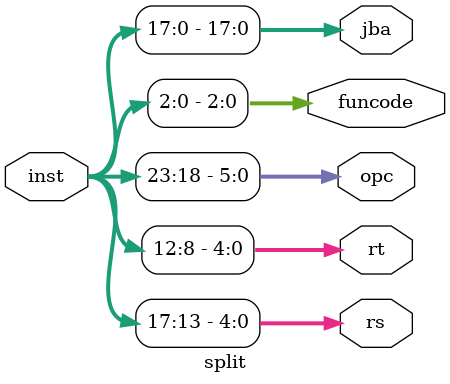
<source format=v>
`timescale 1ns / 1ps
module split(input [23:0] inst, output[4:0]rs,rt,output[5:0]opc,output[2:0]funcode,output[17:0]jba);
assign rs=inst[17:13];
assign rt=inst[12:8];
assign opc=inst[23:18];
assign funcode=inst[2:0];
assign jba=inst[17:0];
//se={{16{instruction[15]}},instruction[15:0]};
endmodule

</source>
